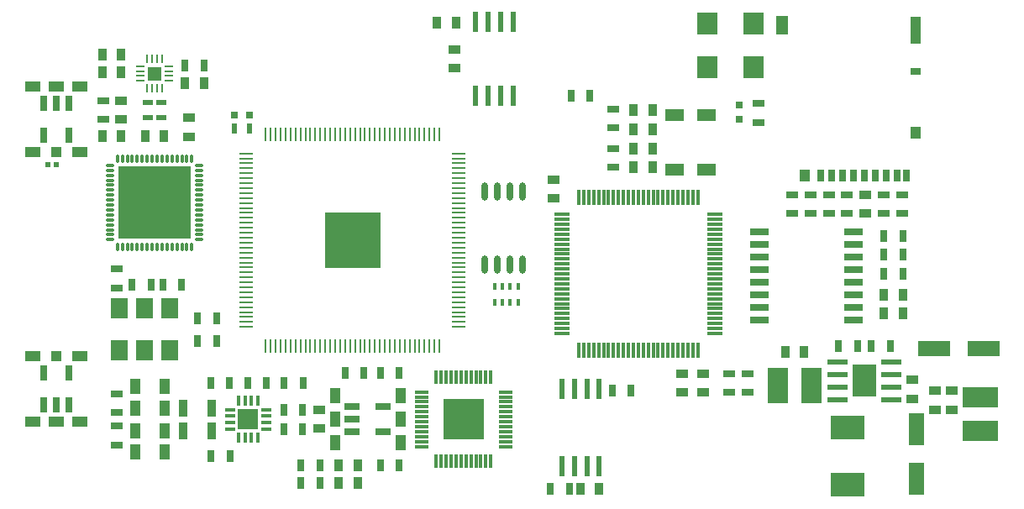
<source format=gtp>
G04*
G04 #@! TF.GenerationSoftware,Altium Limited,Altium Designer,21.7.1 (17)*
G04*
G04 Layer_Color=8421504*
%FSLAX44Y44*%
%MOMM*%
G71*
G04*
G04 #@! TF.SameCoordinates,003C428C-6323-4237-91BB-275CBF4B30E0*
G04*
G04*
G04 #@! TF.FilePolarity,Positive*
G04*
G01*
G75*
%ADD19R,0.9000X1.3000*%
%ADD20R,3.6000X2.0000*%
%ADD21R,0.6000X2.0000*%
%ADD22R,1.0000X1.6500*%
%ADD23R,1.6500X0.7600*%
%ADD24R,0.7600X1.6500*%
%ADD25R,1.6500X1.0000*%
%ADD26R,1.0000X1.0000*%
%ADD27R,1.6000X0.3000*%
%ADD28R,0.3000X1.6000*%
%ADD29R,2.0000X0.6000*%
%ADD30R,2.4100X3.3000*%
%ADD31R,1.9250X0.6500*%
%ADD32R,2.1500X2.2000*%
%ADD33R,0.9000X1.7000*%
%ADD34R,1.3000X0.7000*%
%ADD35R,1.0000X0.5000*%
%ADD36R,0.5500X0.6000*%
%ADD37R,0.5000X1.0000*%
%ADD38R,1.4750X0.3000*%
%ADD39R,0.3000X1.4750*%
%ADD40R,4.1000X4.1000*%
%ADD41R,0.2540X1.3208*%
%ADD42R,1.3208X0.2540*%
%ADD43R,1.3208X0.2540*%
%ADD44R,5.5880X5.5880*%
%ADD45R,2.0000X2.0000*%
%ADD46R,1.0500X0.3500*%
%ADD47R,0.3500X1.0500*%
%ADD48R,1.8000X2.0000*%
%ADD49O,0.6500X1.8500*%
%ADD50O,0.9000X0.2500*%
%ADD51O,0.2500X0.9000*%
%ADD52R,1.4500X1.4500*%
%ADD53R,7.4000X7.4000*%
%ADD54O,0.8500X0.3000*%
%ADD55O,0.3000X0.8500*%
%ADD56R,0.8000X0.8000*%
%ADD57R,3.4000X2.4000*%
%ADD58R,0.4500X0.8000*%
%ADD59R,3.2000X1.6000*%
%ADD60R,0.7000X1.2000*%
%ADD61R,1.0000X1.2000*%
%ADD62R,1.3000X1.9000*%
%ADD63R,1.0000X0.8000*%
%ADD64R,1.0000X2.8000*%
%ADD65R,1.0000X1.6000*%
%ADD66R,1.3000X0.9000*%
%ADD67R,1.9000X1.3000*%
%ADD68R,0.7000X1.3000*%
%ADD69R,1.6000X3.2000*%
%ADD70R,2.0000X3.6000*%
%ADD71R,0.8000X0.8000*%
D19*
X426750Y483000D02*
D03*
X445750D02*
D03*
X643750Y395500D02*
D03*
X624750D02*
D03*
Y376083D02*
D03*
X643750D02*
D03*
Y356667D02*
D03*
X624750D02*
D03*
Y337250D02*
D03*
X643750D02*
D03*
X896250Y209126D02*
D03*
X877250D02*
D03*
X590250Y13750D02*
D03*
X571250D02*
D03*
X346500Y19000D02*
D03*
X327500D02*
D03*
X877250Y190000D02*
D03*
X896250D02*
D03*
X346500Y36750D02*
D03*
X327500D02*
D03*
X108250Y451000D02*
D03*
X89250D02*
D03*
X172500Y422000D02*
D03*
X191500D02*
D03*
X89250Y433000D02*
D03*
X108250D02*
D03*
X89250Y369000D02*
D03*
X108250D02*
D03*
X132500D02*
D03*
X151500D02*
D03*
X777500Y151750D02*
D03*
X796500D02*
D03*
D20*
X974500Y72000D02*
D03*
Y106000D02*
D03*
D21*
X552200Y114250D02*
D03*
X577600D02*
D03*
X564900D02*
D03*
X590250D02*
D03*
X552200Y36250D02*
D03*
X564900D02*
D03*
X577600D02*
D03*
X590250D02*
D03*
X465700Y483750D02*
D03*
X478400D02*
D03*
X491100D02*
D03*
X503800D02*
D03*
Y409750D02*
D03*
X491100D02*
D03*
X478400D02*
D03*
X465700D02*
D03*
D22*
X323750Y107500D02*
D03*
Y83500D02*
D03*
Y59500D02*
D03*
X389750D02*
D03*
Y83500D02*
D03*
Y107500D02*
D03*
D23*
X340850Y83500D02*
D03*
Y96200D02*
D03*
X372650D02*
D03*
Y70800D02*
D03*
X340850D02*
D03*
D24*
X30300Y401900D02*
D03*
Y370100D02*
D03*
X55700D02*
D03*
Y401900D02*
D03*
X43000D02*
D03*
X55700Y98100D02*
D03*
Y129900D02*
D03*
X30300D02*
D03*
Y98100D02*
D03*
X43000D02*
D03*
D25*
X67000Y353000D02*
D03*
X19000D02*
D03*
Y419000D02*
D03*
X43000D02*
D03*
X67000D02*
D03*
X19000Y147000D02*
D03*
X67000D02*
D03*
Y81000D02*
D03*
X43000D02*
D03*
X19000D02*
D03*
D26*
X43000Y353000D02*
D03*
Y147000D02*
D03*
D27*
X706500Y290000D02*
D03*
Y285000D02*
D03*
Y280000D02*
D03*
Y275000D02*
D03*
Y270000D02*
D03*
Y265000D02*
D03*
Y260000D02*
D03*
Y255000D02*
D03*
Y250000D02*
D03*
Y245000D02*
D03*
Y240000D02*
D03*
Y235000D02*
D03*
Y230000D02*
D03*
Y225000D02*
D03*
Y220000D02*
D03*
Y215000D02*
D03*
Y210000D02*
D03*
Y205000D02*
D03*
Y200000D02*
D03*
Y195000D02*
D03*
Y190000D02*
D03*
Y185000D02*
D03*
Y180000D02*
D03*
Y175000D02*
D03*
Y170000D02*
D03*
X552500D02*
D03*
Y175000D02*
D03*
Y180000D02*
D03*
Y185000D02*
D03*
Y190000D02*
D03*
Y195000D02*
D03*
Y200000D02*
D03*
Y205000D02*
D03*
Y210000D02*
D03*
Y215000D02*
D03*
Y220000D02*
D03*
Y225000D02*
D03*
Y230000D02*
D03*
Y235000D02*
D03*
Y240000D02*
D03*
Y245000D02*
D03*
Y250000D02*
D03*
Y255000D02*
D03*
Y260000D02*
D03*
Y265000D02*
D03*
Y270000D02*
D03*
Y275000D02*
D03*
Y280000D02*
D03*
Y285000D02*
D03*
Y290000D02*
D03*
D28*
X689500Y153000D02*
D03*
X684500D02*
D03*
X679500D02*
D03*
X674500D02*
D03*
X669500D02*
D03*
X664500D02*
D03*
X659500D02*
D03*
X654500D02*
D03*
X649500D02*
D03*
X644500D02*
D03*
X639500D02*
D03*
X634500D02*
D03*
X629500D02*
D03*
X624500D02*
D03*
X619500D02*
D03*
X614500D02*
D03*
X609500D02*
D03*
X604500D02*
D03*
X599500D02*
D03*
X594500D02*
D03*
X589500D02*
D03*
X584500D02*
D03*
X579500D02*
D03*
X574500D02*
D03*
X569500D02*
D03*
Y307000D02*
D03*
X574500D02*
D03*
X579500D02*
D03*
X584500D02*
D03*
X589500D02*
D03*
X594500D02*
D03*
X599500D02*
D03*
X604500D02*
D03*
X609500D02*
D03*
X614500D02*
D03*
X619500D02*
D03*
X624500D02*
D03*
X629500D02*
D03*
X634500D02*
D03*
X639500D02*
D03*
X644500D02*
D03*
X649500D02*
D03*
X654500D02*
D03*
X659500D02*
D03*
X664500D02*
D03*
X669500D02*
D03*
X674500D02*
D03*
X679500D02*
D03*
X684500D02*
D03*
X689500D02*
D03*
D29*
X884500Y102800D02*
D03*
Y115500D02*
D03*
Y128200D02*
D03*
Y140900D02*
D03*
X830500D02*
D03*
Y128200D02*
D03*
Y115500D02*
D03*
Y102800D02*
D03*
D30*
X857500Y122850D02*
D03*
D31*
X846120Y247050D02*
D03*
Y259750D02*
D03*
X751880D02*
D03*
Y247050D02*
D03*
Y234350D02*
D03*
Y221650D02*
D03*
Y208950D02*
D03*
Y183550D02*
D03*
X846120D02*
D03*
Y234350D02*
D03*
Y221650D02*
D03*
Y208950D02*
D03*
X751880Y196250D02*
D03*
X846120D02*
D03*
X751880Y272450D02*
D03*
X846120D02*
D03*
D32*
X699000Y438250D02*
D03*
Y482250D02*
D03*
X745500Y438250D02*
D03*
Y482250D02*
D03*
D33*
X170950Y94930D02*
D03*
X199950D02*
D03*
Y72070D02*
D03*
X170950D02*
D03*
D34*
X802958Y310000D02*
D03*
Y291000D02*
D03*
X750750Y382750D02*
D03*
Y401750D02*
D03*
X104250Y216000D02*
D03*
Y235000D02*
D03*
X604500Y377000D02*
D03*
Y396000D02*
D03*
X604250Y337250D02*
D03*
Y356250D02*
D03*
X740000Y110500D02*
D03*
Y129500D02*
D03*
X104250Y76750D02*
D03*
Y57750D02*
D03*
Y90250D02*
D03*
Y109250D02*
D03*
X721000Y110500D02*
D03*
Y129500D02*
D03*
X90000Y404500D02*
D03*
Y385500D02*
D03*
X821417Y310000D02*
D03*
Y291000D02*
D03*
X839875D02*
D03*
Y310000D02*
D03*
X876792Y291000D02*
D03*
Y310000D02*
D03*
X895250Y291000D02*
D03*
Y310000D02*
D03*
X784500Y291000D02*
D03*
Y310000D02*
D03*
D35*
X149000Y402500D02*
D03*
Y387500D02*
D03*
X135000D02*
D03*
Y402500D02*
D03*
D36*
X34750Y340250D02*
D03*
X43250D02*
D03*
D37*
X237750Y376750D02*
D03*
X222750D02*
D03*
D38*
X411000Y56000D02*
D03*
Y61000D02*
D03*
Y66000D02*
D03*
Y71000D02*
D03*
Y81000D02*
D03*
Y86000D02*
D03*
Y96000D02*
D03*
Y101000D02*
D03*
X495760Y106000D02*
D03*
Y101000D02*
D03*
Y96000D02*
D03*
Y81000D02*
D03*
Y76000D02*
D03*
Y71000D02*
D03*
Y66000D02*
D03*
Y61000D02*
D03*
Y56000D02*
D03*
X411000Y91000D02*
D03*
Y76000D02*
D03*
Y106000D02*
D03*
Y111000D02*
D03*
X495760Y86000D02*
D03*
Y91000D02*
D03*
Y111000D02*
D03*
D39*
X425880Y125880D02*
D03*
X430880D02*
D03*
X435880D02*
D03*
X445880D02*
D03*
X455880D02*
D03*
X460880D02*
D03*
X465880D02*
D03*
X470880D02*
D03*
X475880D02*
D03*
X480880D02*
D03*
Y41120D02*
D03*
X475880D02*
D03*
X470880D02*
D03*
X465880D02*
D03*
X460880D02*
D03*
X455880D02*
D03*
X450880D02*
D03*
X445880D02*
D03*
X440880D02*
D03*
X435880D02*
D03*
X425880D02*
D03*
X430880D02*
D03*
X440880Y125880D02*
D03*
X450880D02*
D03*
D40*
X453380Y83500D02*
D03*
D41*
X428999Y371000D02*
D03*
X424000D02*
D03*
X418999D02*
D03*
X414000D02*
D03*
X408999D02*
D03*
X404000D02*
D03*
X398999D02*
D03*
X394000D02*
D03*
X388999D02*
D03*
X384000D02*
D03*
X379001D02*
D03*
X374000D02*
D03*
X369001D02*
D03*
X364000D02*
D03*
X359001D02*
D03*
X354000D02*
D03*
X349001D02*
D03*
X344000D02*
D03*
X339001D02*
D03*
X334000D02*
D03*
X328999D02*
D03*
X324000D02*
D03*
X318999D02*
D03*
X314000D02*
D03*
X308999D02*
D03*
X304000D02*
D03*
X298999D02*
D03*
X294000D02*
D03*
X288999D02*
D03*
X284000D02*
D03*
X278999D02*
D03*
X274000D02*
D03*
X268999D02*
D03*
X264000D02*
D03*
X258999D02*
D03*
X254000D02*
D03*
Y157000D02*
D03*
X258999D02*
D03*
X264000D02*
D03*
X268999D02*
D03*
X274000D02*
D03*
X278999D02*
D03*
X284000D02*
D03*
X288999D02*
D03*
X294000D02*
D03*
X298999D02*
D03*
X304000D02*
D03*
X308999D02*
D03*
X314000D02*
D03*
X318999D02*
D03*
X324000D02*
D03*
X328999D02*
D03*
X334000D02*
D03*
X339001D02*
D03*
X344000D02*
D03*
X349001D02*
D03*
X354000D02*
D03*
X359001D02*
D03*
X364000D02*
D03*
X369001D02*
D03*
X374000D02*
D03*
X379001D02*
D03*
X384000D02*
D03*
X388999D02*
D03*
X394000D02*
D03*
X398999D02*
D03*
X404000D02*
D03*
X408999D02*
D03*
X414000D02*
D03*
X418999D02*
D03*
X424000D02*
D03*
X428999D02*
D03*
D42*
X234501Y351501D02*
D03*
Y341501D02*
D03*
Y331501D02*
D03*
Y321501D02*
D03*
Y311501D02*
D03*
Y296500D02*
D03*
Y286500D02*
D03*
Y276500D02*
D03*
Y266500D02*
D03*
Y256500D02*
D03*
Y246500D02*
D03*
Y236500D02*
D03*
Y226500D02*
D03*
Y216500D02*
D03*
Y211501D02*
D03*
Y201501D02*
D03*
Y191501D02*
D03*
Y181501D02*
D03*
X448501Y176500D02*
D03*
Y186500D02*
D03*
Y196500D02*
D03*
Y206500D02*
D03*
Y221501D02*
D03*
Y231501D02*
D03*
Y241501D02*
D03*
Y251501D02*
D03*
Y261501D02*
D03*
Y271501D02*
D03*
Y281501D02*
D03*
Y291501D02*
D03*
Y301501D02*
D03*
Y306500D02*
D03*
Y316500D02*
D03*
Y326499D02*
D03*
Y336499D02*
D03*
Y346499D02*
D03*
D43*
X234501D02*
D03*
Y336499D02*
D03*
Y326499D02*
D03*
Y316500D02*
D03*
Y306500D02*
D03*
Y301501D02*
D03*
Y291501D02*
D03*
Y281501D02*
D03*
Y271501D02*
D03*
Y261501D02*
D03*
Y251501D02*
D03*
Y241501D02*
D03*
Y231501D02*
D03*
Y221501D02*
D03*
Y206500D02*
D03*
Y196500D02*
D03*
Y186500D02*
D03*
Y176500D02*
D03*
X448501Y181501D02*
D03*
Y191501D02*
D03*
Y201501D02*
D03*
Y211501D02*
D03*
Y216500D02*
D03*
Y226500D02*
D03*
Y236500D02*
D03*
Y246500D02*
D03*
Y256500D02*
D03*
Y266500D02*
D03*
Y276500D02*
D03*
Y286500D02*
D03*
Y296500D02*
D03*
Y311501D02*
D03*
Y321501D02*
D03*
Y331501D02*
D03*
Y341501D02*
D03*
Y351501D02*
D03*
D44*
X341497Y263997D02*
D03*
D45*
X236250Y83500D02*
D03*
D46*
X217750Y73750D02*
D03*
Y80250D02*
D03*
Y86750D02*
D03*
Y93250D02*
D03*
X254750D02*
D03*
Y86750D02*
D03*
Y80250D02*
D03*
Y73750D02*
D03*
D47*
X226500Y102000D02*
D03*
X233000D02*
D03*
X239500D02*
D03*
X246000D02*
D03*
Y65000D02*
D03*
X239500D02*
D03*
X233000D02*
D03*
X226500D02*
D03*
D48*
X106050Y153023D02*
D03*
X156850D02*
D03*
Y195023D02*
D03*
X106050D02*
D03*
X131450Y153023D02*
D03*
Y195023D02*
D03*
D49*
X474300Y239500D02*
D03*
X487000D02*
D03*
X499700D02*
D03*
X512400D02*
D03*
X474300Y313000D02*
D03*
X487000D02*
D03*
X499700D02*
D03*
X512400D02*
D03*
D50*
X127500Y439500D02*
D03*
Y434500D02*
D03*
Y429500D02*
D03*
X156500D02*
D03*
Y434500D02*
D03*
X127500Y424500D02*
D03*
X156500D02*
D03*
Y439500D02*
D03*
D51*
X134500Y417500D02*
D03*
X139500D02*
D03*
X144500D02*
D03*
X149500D02*
D03*
Y446500D02*
D03*
X144500D02*
D03*
X139500D02*
D03*
X134500D02*
D03*
D52*
X142000Y432000D02*
D03*
D53*
Y301969D02*
D03*
D54*
X186500Y339469D02*
D03*
Y334469D02*
D03*
Y329469D02*
D03*
Y324469D02*
D03*
Y319469D02*
D03*
Y314469D02*
D03*
Y309469D02*
D03*
Y304469D02*
D03*
Y299469D02*
D03*
Y294469D02*
D03*
Y289469D02*
D03*
Y284469D02*
D03*
Y279469D02*
D03*
Y274469D02*
D03*
Y269469D02*
D03*
Y264469D02*
D03*
X97500D02*
D03*
Y269469D02*
D03*
Y274469D02*
D03*
Y279469D02*
D03*
Y284469D02*
D03*
Y289469D02*
D03*
Y294469D02*
D03*
Y299469D02*
D03*
Y304469D02*
D03*
Y309469D02*
D03*
Y314469D02*
D03*
Y319469D02*
D03*
Y324469D02*
D03*
Y329469D02*
D03*
Y334469D02*
D03*
Y339469D02*
D03*
D55*
X179500Y257469D02*
D03*
X174500D02*
D03*
X169500D02*
D03*
X164500D02*
D03*
X159500D02*
D03*
X154500D02*
D03*
X149500D02*
D03*
X144500D02*
D03*
X139500D02*
D03*
X134500D02*
D03*
X129500D02*
D03*
X124500D02*
D03*
X119500D02*
D03*
X114500D02*
D03*
X109500D02*
D03*
X104500D02*
D03*
Y346469D02*
D03*
X109500D02*
D03*
X114500D02*
D03*
X119500D02*
D03*
X124500D02*
D03*
X129500D02*
D03*
X134500D02*
D03*
X139500D02*
D03*
X144500D02*
D03*
X149500D02*
D03*
X154500D02*
D03*
X159500D02*
D03*
X164500D02*
D03*
X169500D02*
D03*
X174500D02*
D03*
X179500D02*
D03*
D56*
X237750Y389755D02*
D03*
X222750D02*
D03*
D57*
X840250Y17250D02*
D03*
Y75250D02*
D03*
D58*
X508500Y217500D02*
D03*
X500500D02*
D03*
X492500D02*
D03*
X484500D02*
D03*
Y201500D02*
D03*
X492500D02*
D03*
X500500D02*
D03*
X508500D02*
D03*
D59*
X977750Y154750D02*
D03*
X927750D02*
D03*
D60*
X813000Y329500D02*
D03*
X824000D02*
D03*
X835000D02*
D03*
X846000D02*
D03*
X857000D02*
D03*
X879000D02*
D03*
X890000D02*
D03*
X899500D02*
D03*
X868000D02*
D03*
D61*
X797500D02*
D03*
X909000Y372500D02*
D03*
D62*
X774000Y480500D02*
D03*
D63*
X909000Y434490D02*
D03*
D64*
Y475990D02*
D03*
D65*
X152190Y50480D02*
D03*
X122190D02*
D03*
Y72070D02*
D03*
X152190D02*
D03*
Y94930D02*
D03*
X122190D02*
D03*
Y116520D02*
D03*
X152190D02*
D03*
D66*
X945500Y112250D02*
D03*
Y93250D02*
D03*
X674000Y129500D02*
D03*
Y110500D02*
D03*
X694500D02*
D03*
Y129500D02*
D03*
X444000Y456250D02*
D03*
Y437250D02*
D03*
X544000Y325000D02*
D03*
Y306000D02*
D03*
X177000Y387500D02*
D03*
Y368500D02*
D03*
X108000Y385500D02*
D03*
Y404500D02*
D03*
X308000Y93000D02*
D03*
Y74000D02*
D03*
X905750Y104250D02*
D03*
Y123250D02*
D03*
X928250Y93250D02*
D03*
Y112250D02*
D03*
X858333Y291000D02*
D03*
Y310000D02*
D03*
D67*
X698000Y390000D02*
D03*
X666000D02*
D03*
X698000Y335000D02*
D03*
X666000D02*
D03*
D68*
X272530Y120060D02*
D03*
X291530D02*
D03*
X561500Y410000D02*
D03*
X580500D02*
D03*
X204250Y162500D02*
D03*
X185250D02*
D03*
Y185500D02*
D03*
X204250D02*
D03*
X169000Y219000D02*
D03*
X150000D02*
D03*
X138250D02*
D03*
X119250D02*
D03*
X333750Y130250D02*
D03*
X352750D02*
D03*
X289500Y36750D02*
D03*
X308500D02*
D03*
X369500Y130250D02*
D03*
X388500D02*
D03*
X603250Y112000D02*
D03*
X622250D02*
D03*
X560000Y13750D02*
D03*
X541000D02*
D03*
X877250Y230250D02*
D03*
X896250D02*
D03*
Y249250D02*
D03*
X877250D02*
D03*
X289500Y19000D02*
D03*
X308500D02*
D03*
X254530Y120060D02*
D03*
X235530D02*
D03*
X291250Y73750D02*
D03*
X272250D02*
D03*
X291250Y93250D02*
D03*
X272250D02*
D03*
X198810Y46670D02*
D03*
X217810D02*
D03*
X217530Y120060D02*
D03*
X198530D02*
D03*
X896250Y268123D02*
D03*
X877250D02*
D03*
X191500Y440000D02*
D03*
X172500D02*
D03*
X883250Y157500D02*
D03*
X864250D02*
D03*
X831250D02*
D03*
X850250D02*
D03*
X369500Y36750D02*
D03*
X388500D02*
D03*
D69*
X909750Y23250D02*
D03*
Y73250D02*
D03*
D70*
X804250Y117500D02*
D03*
X770250D02*
D03*
D71*
X731245Y400500D02*
D03*
Y385500D02*
D03*
M02*

</source>
